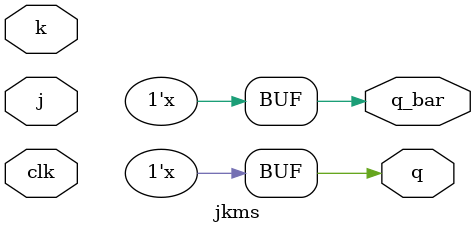
<source format=v>
module jkms(q,q_bar,clk,j,k);
	output q,q_bar;
	input clk,j,k;
	reg tq,q,q_bar;

	always @(clk)
	begin

	if (!clk)
	begin
	if (j==1'b0 && k==1'b1)
				tq <= 1'b0;

	else if (j==1'b1 && k==1'b0)
				tq <= 1'b1;

	else if (j==1'b1 && k==1'b1)
				tq <= ~tq;

	end
	if (clk)
	begin

		q <= tq;
		q_bar <= ~tq;

		end
	end
endmodule


</source>
